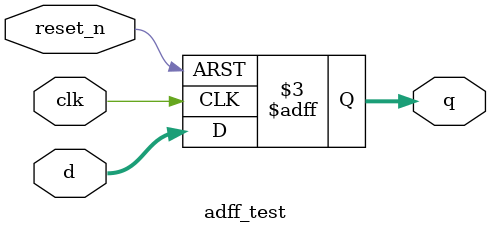
<source format=v>
module adff_test (
  input clk, reset_n,
  input [100:0] d,
  output reg [100:0] q
);

  always @(posedge clk, negedge reset_n)
    if (!reset_n) q <= 1;
    else q <= d;

endmodule

</source>
